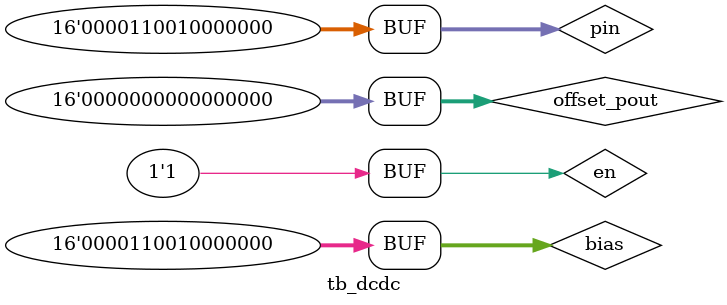
<source format=v>


`timescale 1us / 1us
module tb_dcdc;

reg signed [15:0] pin, offset_pout;
reg en;
wire signed [15:0] bias, pout;
wire pg, ov;

c_dcdc i_dcdc (pout, pg, ov, pin, bias, en, offset_pout);

assign bias = pin;
initial	// Test stimulus
  begin
    pin = 0;
    en = 0;
    offset_pout = 0;
    #10_0;
    pin = 0;
    #10_0;
    en = 1'b1;

    pin = 32_00;
    #1000_0;
    pin = 32_00;
    #10_0;

    pin = 0_00;
    #1000_0;
    pin = 0_00;
    #10_0;

    pin = 32_00;
    #1000_0;
    pin = 32_00;
    #10_0;

    pin = 24_00;
    #1000_0;
    pin = 24_00;
    #10_0;

    pin = 16_00;
    #1000_0;
    pin = 16_00;
    #10_0;

    pin = 8_00;
    #1000_0;
    pin = 8_00;
    #10_0;

    pin = 4_00;
    #1000_0;
    pin = 4_00;
    #10_0;

    pin = 2_00;
    #1000_0;
    pin = 2_00;
    #10_0;

    pin = 1_00;
    #1000_0;
    pin = 1_00;
    #10_0;

    pin = 32_00;
    #1000_0;

    offset_pout = 0_00;
    #10_0;
    offset_pout = 1_00;
    #1000_0;
    offset_pout = 1_00;
    #10_0;
    offset_pout = 2_00;
    #1000_0;
    offset_pout = 2_00;
    #10_0;
    offset_pout = 1_00;
    #1000_0;
    offset_pout = 1_00;
    #10_0;
    offset_pout = 0_00;
    #1000_0;
    offset_pout = 0_00;
    #10_0;
    offset_pout = -1_00;
    #1000_0;
    offset_pout = -1_00;
    #10_0;
    offset_pout = -2_00;
    #1000_0;
    offset_pout = -2_00;
    #10_0;
    offset_pout = -1_00;
    #1000_0;
    offset_pout = -1_00;
    #10_0;
    offset_pout = 0_00;
    #1000_0;
    offset_pout = 0_00;
    #10_0;

  end

endmodule

</source>
